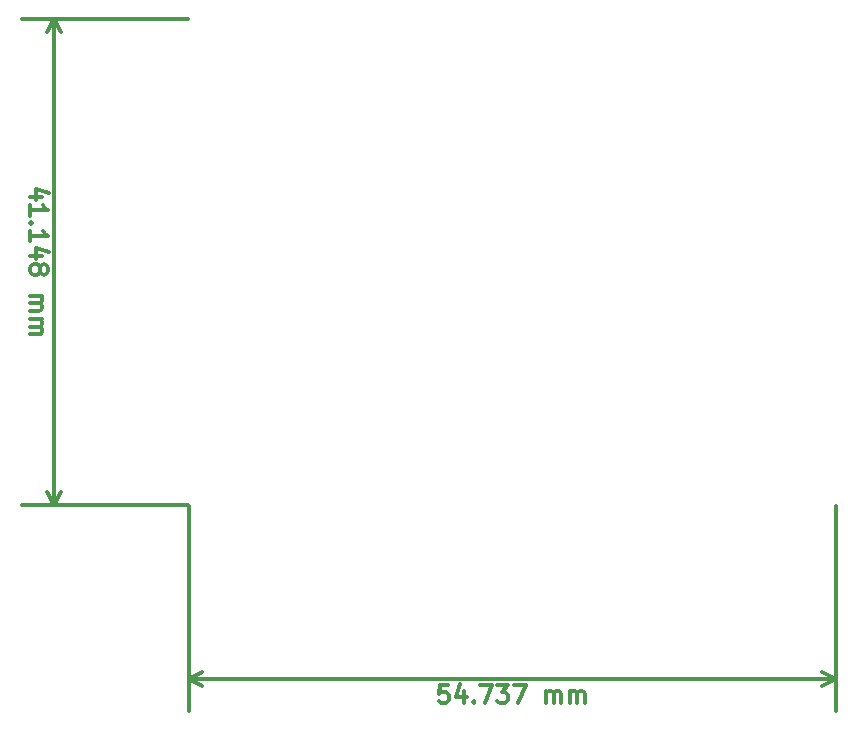
<source format=gbr>
G04 #@! TF.FileFunction,Other,Comment*
%FSLAX46Y46*%
G04 Gerber Fmt 4.6, Leading zero omitted, Abs format (unit mm)*
G04 Created by KiCad (PCBNEW 201610091317+7290~55~ubuntu16.04.1-) date Fri Oct 21 11:28:09 2016*
%MOMM*%
%LPD*%
G01*
G04 APERTURE LIST*
%ADD10C,0.100000*%
%ADD11C,0.300000*%
G04 APERTURE END LIST*
D10*
D11*
X109696928Y-146451571D02*
X108982642Y-146451571D01*
X108911214Y-147165857D01*
X108982642Y-147094428D01*
X109125500Y-147023000D01*
X109482642Y-147023000D01*
X109625500Y-147094428D01*
X109696928Y-147165857D01*
X109768357Y-147308714D01*
X109768357Y-147665857D01*
X109696928Y-147808714D01*
X109625500Y-147880142D01*
X109482642Y-147951571D01*
X109125500Y-147951571D01*
X108982642Y-147880142D01*
X108911214Y-147808714D01*
X111054071Y-146951571D02*
X111054071Y-147951571D01*
X110696928Y-146380142D02*
X110339785Y-147451571D01*
X111268357Y-147451571D01*
X111839785Y-147808714D02*
X111911214Y-147880142D01*
X111839785Y-147951571D01*
X111768357Y-147880142D01*
X111839785Y-147808714D01*
X111839785Y-147951571D01*
X112411214Y-146451571D02*
X113411214Y-146451571D01*
X112768357Y-147951571D01*
X113839785Y-146451571D02*
X114768357Y-146451571D01*
X114268357Y-147023000D01*
X114482642Y-147023000D01*
X114625500Y-147094428D01*
X114696928Y-147165857D01*
X114768357Y-147308714D01*
X114768357Y-147665857D01*
X114696928Y-147808714D01*
X114625500Y-147880142D01*
X114482642Y-147951571D01*
X114054071Y-147951571D01*
X113911214Y-147880142D01*
X113839785Y-147808714D01*
X115268357Y-146451571D02*
X116268357Y-146451571D01*
X115625500Y-147951571D01*
X117982642Y-147951571D02*
X117982642Y-146951571D01*
X117982642Y-147094428D02*
X118054071Y-147023000D01*
X118196928Y-146951571D01*
X118411214Y-146951571D01*
X118554071Y-147023000D01*
X118625500Y-147165857D01*
X118625500Y-147951571D01*
X118625500Y-147165857D02*
X118696928Y-147023000D01*
X118839785Y-146951571D01*
X119054071Y-146951571D01*
X119196928Y-147023000D01*
X119268357Y-147165857D01*
X119268357Y-147951571D01*
X119982642Y-147951571D02*
X119982642Y-146951571D01*
X119982642Y-147094428D02*
X120054071Y-147023000D01*
X120196928Y-146951571D01*
X120411214Y-146951571D01*
X120554071Y-147023000D01*
X120625500Y-147165857D01*
X120625500Y-147951571D01*
X120625500Y-147165857D02*
X120696928Y-147023000D01*
X120839785Y-146951571D01*
X121054071Y-146951571D01*
X121196928Y-147023000D01*
X121268357Y-147165857D01*
X121268357Y-147951571D01*
X87757000Y-145923000D02*
X142494000Y-145923000D01*
X87757000Y-131318000D02*
X87757000Y-148623000D01*
X142494000Y-131318000D02*
X142494000Y-148623000D01*
X142494000Y-145923000D02*
X141367496Y-146509421D01*
X142494000Y-145923000D02*
X141367496Y-145336579D01*
X87757000Y-145923000D02*
X88883504Y-146509421D01*
X87757000Y-145923000D02*
X88883504Y-145336579D01*
X75298428Y-105117000D02*
X74298428Y-105117000D01*
X75869857Y-104759857D02*
X74798428Y-104402714D01*
X74798428Y-105331285D01*
X74298428Y-106688428D02*
X74298428Y-105831285D01*
X74298428Y-106259857D02*
X75798428Y-106259857D01*
X75584142Y-106117000D01*
X75441285Y-105974142D01*
X75369857Y-105831285D01*
X74441285Y-107331285D02*
X74369857Y-107402714D01*
X74298428Y-107331285D01*
X74369857Y-107259857D01*
X74441285Y-107331285D01*
X74298428Y-107331285D01*
X74298428Y-108831285D02*
X74298428Y-107974142D01*
X74298428Y-108402714D02*
X75798428Y-108402714D01*
X75584142Y-108259857D01*
X75441285Y-108117000D01*
X75369857Y-107974142D01*
X75298428Y-110117000D02*
X74298428Y-110117000D01*
X75869857Y-109759857D02*
X74798428Y-109402714D01*
X74798428Y-110331285D01*
X75155571Y-111117000D02*
X75227000Y-110974142D01*
X75298428Y-110902714D01*
X75441285Y-110831285D01*
X75512714Y-110831285D01*
X75655571Y-110902714D01*
X75727000Y-110974142D01*
X75798428Y-111117000D01*
X75798428Y-111402714D01*
X75727000Y-111545571D01*
X75655571Y-111617000D01*
X75512714Y-111688428D01*
X75441285Y-111688428D01*
X75298428Y-111617000D01*
X75227000Y-111545571D01*
X75155571Y-111402714D01*
X75155571Y-111117000D01*
X75084142Y-110974142D01*
X75012714Y-110902714D01*
X74869857Y-110831285D01*
X74584142Y-110831285D01*
X74441285Y-110902714D01*
X74369857Y-110974142D01*
X74298428Y-111117000D01*
X74298428Y-111402714D01*
X74369857Y-111545571D01*
X74441285Y-111617000D01*
X74584142Y-111688428D01*
X74869857Y-111688428D01*
X75012714Y-111617000D01*
X75084142Y-111545571D01*
X75155571Y-111402714D01*
X74298428Y-113474142D02*
X75298428Y-113474142D01*
X75155571Y-113474142D02*
X75227000Y-113545571D01*
X75298428Y-113688428D01*
X75298428Y-113902714D01*
X75227000Y-114045571D01*
X75084142Y-114117000D01*
X74298428Y-114117000D01*
X75084142Y-114117000D02*
X75227000Y-114188428D01*
X75298428Y-114331285D01*
X75298428Y-114545571D01*
X75227000Y-114688428D01*
X75084142Y-114759857D01*
X74298428Y-114759857D01*
X74298428Y-115474142D02*
X75298428Y-115474142D01*
X75155571Y-115474142D02*
X75227000Y-115545571D01*
X75298428Y-115688428D01*
X75298428Y-115902714D01*
X75227000Y-116045571D01*
X75084142Y-116117000D01*
X74298428Y-116117000D01*
X75084142Y-116117000D02*
X75227000Y-116188428D01*
X75298428Y-116331285D01*
X75298428Y-116545571D01*
X75227000Y-116688428D01*
X75084142Y-116759857D01*
X74298428Y-116759857D01*
X76327000Y-90043000D02*
X76327000Y-131191000D01*
X87630000Y-90043000D02*
X73627000Y-90043000D01*
X87630000Y-131191000D02*
X73627000Y-131191000D01*
X76327000Y-131191000D02*
X75740579Y-130064496D01*
X76327000Y-131191000D02*
X76913421Y-130064496D01*
X76327000Y-90043000D02*
X75740579Y-91169504D01*
X76327000Y-90043000D02*
X76913421Y-91169504D01*
M02*

</source>
